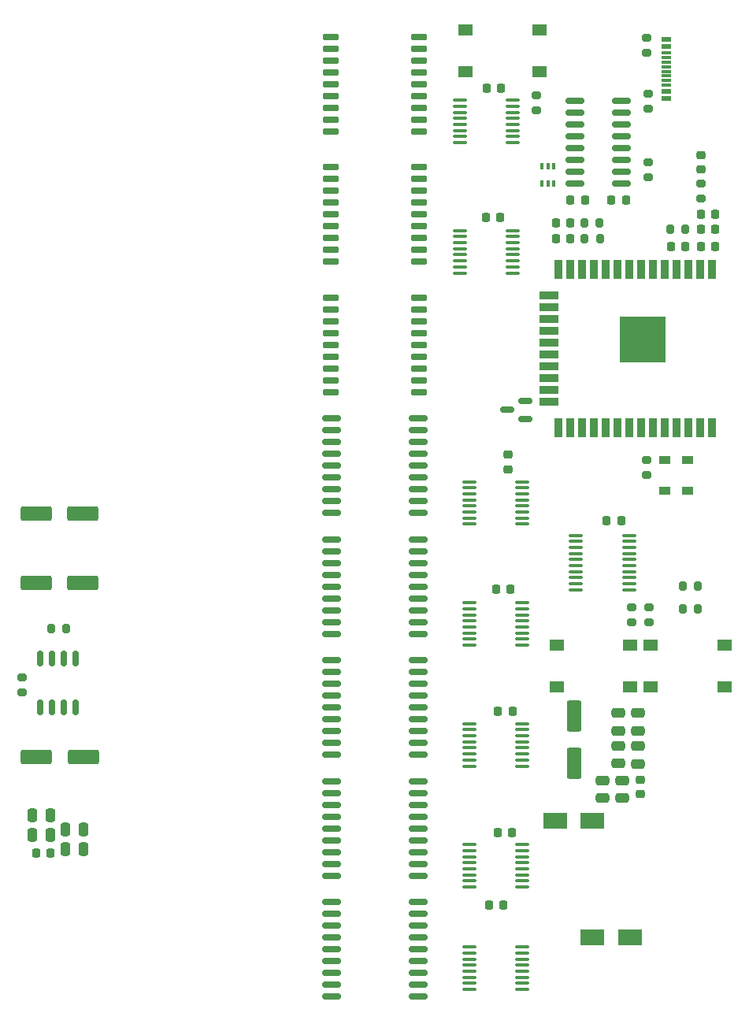
<source format=gbr>
%TF.GenerationSoftware,KiCad,Pcbnew,(6.0.7)*%
%TF.CreationDate,2022-10-27T00:54:25+02:00*%
%TF.ProjectId,flipdot-brose-esp32,666c6970-646f-4742-9d62-726f73652d65,rev?*%
%TF.SameCoordinates,Original*%
%TF.FileFunction,Paste,Top*%
%TF.FilePolarity,Positive*%
%FSLAX46Y46*%
G04 Gerber Fmt 4.6, Leading zero omitted, Abs format (unit mm)*
G04 Created by KiCad (PCBNEW (6.0.7)) date 2022-10-27 00:54:25*
%MOMM*%
%LPD*%
G01*
G04 APERTURE LIST*
G04 Aperture macros list*
%AMRoundRect*
0 Rectangle with rounded corners*
0 $1 Rounding radius*
0 $2 $3 $4 $5 $6 $7 $8 $9 X,Y pos of 4 corners*
0 Add a 4 corners polygon primitive as box body*
4,1,4,$2,$3,$4,$5,$6,$7,$8,$9,$2,$3,0*
0 Add four circle primitives for the rounded corners*
1,1,$1+$1,$2,$3*
1,1,$1+$1,$4,$5*
1,1,$1+$1,$6,$7*
1,1,$1+$1,$8,$9*
0 Add four rect primitives between the rounded corners*
20,1,$1+$1,$2,$3,$4,$5,0*
20,1,$1+$1,$4,$5,$6,$7,0*
20,1,$1+$1,$6,$7,$8,$9,0*
20,1,$1+$1,$8,$9,$2,$3,0*%
G04 Aperture macros list end*
%ADD10R,2.500000X1.800000*%
%ADD11RoundRect,0.225000X-0.225000X-0.250000X0.225000X-0.250000X0.225000X0.250000X-0.225000X0.250000X0*%
%ADD12RoundRect,0.225000X-0.250000X0.225000X-0.250000X-0.225000X0.250000X-0.225000X0.250000X0.225000X0*%
%ADD13RoundRect,0.150000X-0.150000X0.675000X-0.150000X-0.675000X0.150000X-0.675000X0.150000X0.675000X0*%
%ADD14RoundRect,0.200000X0.200000X0.275000X-0.200000X0.275000X-0.200000X-0.275000X0.200000X-0.275000X0*%
%ADD15RoundRect,0.200000X-0.275000X0.200000X-0.275000X-0.200000X0.275000X-0.200000X0.275000X0.200000X0*%
%ADD16RoundRect,0.250000X1.412500X0.550000X-1.412500X0.550000X-1.412500X-0.550000X1.412500X-0.550000X0*%
%ADD17RoundRect,0.250000X-0.250000X-0.475000X0.250000X-0.475000X0.250000X0.475000X-0.250000X0.475000X0*%
%ADD18RoundRect,0.250000X0.250000X0.475000X-0.250000X0.475000X-0.250000X-0.475000X0.250000X-0.475000X0*%
%ADD19RoundRect,0.100000X-0.637500X-0.100000X0.637500X-0.100000X0.637500X0.100000X-0.637500X0.100000X0*%
%ADD20RoundRect,0.150000X0.725000X0.150000X-0.725000X0.150000X-0.725000X-0.150000X0.725000X-0.150000X0*%
%ADD21RoundRect,0.150000X0.875000X0.150000X-0.875000X0.150000X-0.875000X-0.150000X0.875000X-0.150000X0*%
%ADD22RoundRect,0.150000X0.825000X0.150000X-0.825000X0.150000X-0.825000X-0.150000X0.825000X-0.150000X0*%
%ADD23R,0.900000X2.000000*%
%ADD24R,2.000000X0.900000*%
%ADD25R,5.000000X5.000000*%
%ADD26R,1.550000X1.300000*%
%ADD27RoundRect,0.200000X-0.200000X-0.275000X0.200000X-0.275000X0.200000X0.275000X-0.200000X0.275000X0*%
%ADD28RoundRect,0.200000X0.275000X-0.200000X0.275000X0.200000X-0.275000X0.200000X-0.275000X-0.200000X0*%
%ADD29R,0.400000X0.650000*%
%ADD30R,1.140000X0.600000*%
%ADD31R,1.140000X0.300000*%
%ADD32R,1.200000X0.900000*%
%ADD33RoundRect,0.218750X-0.256250X0.218750X-0.256250X-0.218750X0.256250X-0.218750X0.256250X0.218750X0*%
%ADD34RoundRect,0.218750X-0.218750X-0.256250X0.218750X-0.256250X0.218750X0.256250X-0.218750X0.256250X0*%
%ADD35RoundRect,0.150000X0.587500X0.150000X-0.587500X0.150000X-0.587500X-0.150000X0.587500X-0.150000X0*%
%ADD36RoundRect,0.225000X0.225000X0.250000X-0.225000X0.250000X-0.225000X-0.250000X0.225000X-0.250000X0*%
%ADD37RoundRect,0.250000X-0.475000X0.250000X-0.475000X-0.250000X0.475000X-0.250000X0.475000X0.250000X0*%
%ADD38RoundRect,0.250000X0.475000X-0.250000X0.475000X0.250000X-0.475000X0.250000X-0.475000X-0.250000X0*%
%ADD39RoundRect,0.250000X-0.550000X1.412500X-0.550000X-1.412500X0.550000X-1.412500X0.550000X1.412500X0*%
G04 APERTURE END LIST*
D10*
%TO.C,D1*%
X100400000Y-132700000D03*
X104400000Y-132700000D03*
%TD*%
D11*
%TO.C,C21*%
X101925000Y-87900000D03*
X103475000Y-87900000D03*
%TD*%
%TO.C,C31*%
X90250000Y-108400000D03*
X91800000Y-108400000D03*
%TD*%
%TO.C,C30*%
X89025000Y-41400000D03*
X90575000Y-41400000D03*
%TD*%
%TO.C,C29*%
X90050000Y-95300000D03*
X91600000Y-95300000D03*
%TD*%
D12*
%TO.C,C28*%
X91300000Y-80825000D03*
X91300000Y-82375000D03*
%TD*%
D11*
%TO.C,C27*%
X90225000Y-121400000D03*
X91775000Y-121400000D03*
%TD*%
%TO.C,C26*%
X88950000Y-55300000D03*
X90500000Y-55300000D03*
%TD*%
%TO.C,C25*%
X89250000Y-129200000D03*
X90800000Y-129200000D03*
%TD*%
D13*
%TO.C,U23*%
X44805000Y-107925000D03*
X43535000Y-107925000D03*
X42265000Y-107925000D03*
X40995000Y-107925000D03*
X40995000Y-102675000D03*
X42265000Y-102675000D03*
X43535000Y-102675000D03*
X44805000Y-102675000D03*
%TD*%
D14*
%TO.C,R4*%
X42175000Y-99500000D03*
X43825000Y-99500000D03*
%TD*%
D15*
%TO.C,R3*%
X39100000Y-106400000D03*
X39100000Y-104750000D03*
%TD*%
D16*
%TO.C,C24*%
X40562500Y-94600000D03*
X45637500Y-94600000D03*
%TD*%
%TO.C,C19*%
X40562500Y-87100000D03*
X45637500Y-87100000D03*
%TD*%
%TO.C,C7*%
X40600000Y-113300000D03*
X45675000Y-113300000D03*
%TD*%
D11*
%TO.C,C6*%
X40600000Y-123600000D03*
X42150000Y-123600000D03*
%TD*%
D17*
%TO.C,C5*%
X40200000Y-121700000D03*
X42100000Y-121700000D03*
%TD*%
%TO.C,C4*%
X40200000Y-119600000D03*
X42100000Y-119600000D03*
%TD*%
D18*
%TO.C,C3*%
X45650000Y-123200000D03*
X43750000Y-123200000D03*
%TD*%
%TO.C,C1*%
X45650000Y-121100000D03*
X43750000Y-121100000D03*
%TD*%
D19*
%TO.C,U9*%
X92862500Y-96725000D03*
X92862500Y-97375000D03*
X92862500Y-98025000D03*
X92862500Y-98675000D03*
X92862500Y-99325000D03*
X92862500Y-99975000D03*
X92862500Y-100625000D03*
X92862500Y-101275000D03*
X87137500Y-101275000D03*
X87137500Y-100625000D03*
X87137500Y-99975000D03*
X87137500Y-99325000D03*
X87137500Y-98675000D03*
X87137500Y-98025000D03*
X87137500Y-97375000D03*
X87137500Y-96725000D03*
%TD*%
D20*
%TO.C,U21*%
X72225000Y-74080000D03*
X72225000Y-72810000D03*
X72225000Y-71540000D03*
X72225000Y-70270000D03*
X72225000Y-69000000D03*
X72225000Y-67730000D03*
X72225000Y-66460000D03*
X72225000Y-65190000D03*
X72225000Y-63920000D03*
X81775000Y-63920000D03*
X81775000Y-65190000D03*
X81775000Y-66460000D03*
X81775000Y-67730000D03*
X81775000Y-69000000D03*
X81775000Y-70270000D03*
X81775000Y-71540000D03*
X81775000Y-72810000D03*
X81775000Y-74080000D03*
%TD*%
D21*
%TO.C,U20*%
X81650000Y-87080000D03*
X81650000Y-85810000D03*
X81650000Y-84540000D03*
X81650000Y-83270000D03*
X81650000Y-82000000D03*
X81650000Y-80730000D03*
X81650000Y-79460000D03*
X81650000Y-78190000D03*
X81650000Y-76920000D03*
X72350000Y-76920000D03*
X72350000Y-78190000D03*
X72350000Y-79460000D03*
X72350000Y-80730000D03*
X72350000Y-82000000D03*
X72350000Y-83270000D03*
X72350000Y-84540000D03*
X72350000Y-85810000D03*
X72350000Y-87080000D03*
%TD*%
D20*
%TO.C,U19*%
X81775000Y-60080000D03*
X81775000Y-58810000D03*
X81775000Y-57540000D03*
X81775000Y-56270000D03*
X81775000Y-55000000D03*
X81775000Y-53730000D03*
X81775000Y-52460000D03*
X81775000Y-51190000D03*
X81775000Y-49920000D03*
X72225000Y-49920000D03*
X72225000Y-51190000D03*
X72225000Y-52460000D03*
X72225000Y-53730000D03*
X72225000Y-55000000D03*
X72225000Y-56270000D03*
X72225000Y-57540000D03*
X72225000Y-58810000D03*
X72225000Y-60080000D03*
%TD*%
D21*
%TO.C,U18*%
X81650000Y-126080000D03*
X81650000Y-124810000D03*
X81650000Y-123540000D03*
X81650000Y-122270000D03*
X81650000Y-121000000D03*
X81650000Y-119730000D03*
X81650000Y-118460000D03*
X81650000Y-117190000D03*
X81650000Y-115920000D03*
X72350000Y-115920000D03*
X72350000Y-117190000D03*
X72350000Y-118460000D03*
X72350000Y-119730000D03*
X72350000Y-121000000D03*
X72350000Y-122270000D03*
X72350000Y-123540000D03*
X72350000Y-124810000D03*
X72350000Y-126080000D03*
%TD*%
%TO.C,U17*%
X81650000Y-100080000D03*
X81650000Y-98810000D03*
X81650000Y-97540000D03*
X81650000Y-96270000D03*
X81650000Y-95000000D03*
X81650000Y-93730000D03*
X81650000Y-92460000D03*
X81650000Y-91190000D03*
X81650000Y-89920000D03*
X72350000Y-89920000D03*
X72350000Y-91190000D03*
X72350000Y-92460000D03*
X72350000Y-93730000D03*
X72350000Y-95000000D03*
X72350000Y-96270000D03*
X72350000Y-97540000D03*
X72350000Y-98810000D03*
X72350000Y-100080000D03*
%TD*%
D20*
%TO.C,U16*%
X81775000Y-46080000D03*
X81775000Y-44810000D03*
X81775000Y-43540000D03*
X81775000Y-42270000D03*
X81775000Y-41000000D03*
X81775000Y-39730000D03*
X81775000Y-38460000D03*
X81775000Y-37190000D03*
X81775000Y-35920000D03*
X72225000Y-35920000D03*
X72225000Y-37190000D03*
X72225000Y-38460000D03*
X72225000Y-39730000D03*
X72225000Y-41000000D03*
X72225000Y-42270000D03*
X72225000Y-43540000D03*
X72225000Y-44810000D03*
X72225000Y-46080000D03*
%TD*%
D21*
%TO.C,U15*%
X81650000Y-139080000D03*
X81650000Y-137810000D03*
X81650000Y-136540000D03*
X81650000Y-135270000D03*
X81650000Y-134000000D03*
X81650000Y-132730000D03*
X81650000Y-131460000D03*
X81650000Y-130190000D03*
X81650000Y-128920000D03*
X72350000Y-128920000D03*
X72350000Y-130190000D03*
X72350000Y-131460000D03*
X72350000Y-132730000D03*
X72350000Y-134000000D03*
X72350000Y-135270000D03*
X72350000Y-136540000D03*
X72350000Y-137810000D03*
X72350000Y-139080000D03*
%TD*%
%TO.C,U14*%
X81650000Y-113080000D03*
X81650000Y-111810000D03*
X81650000Y-110540000D03*
X81650000Y-109270000D03*
X81650000Y-108000000D03*
X81650000Y-106730000D03*
X81650000Y-105460000D03*
X81650000Y-104190000D03*
X81650000Y-102920000D03*
X72350000Y-102920000D03*
X72350000Y-104190000D03*
X72350000Y-105460000D03*
X72350000Y-106730000D03*
X72350000Y-108000000D03*
X72350000Y-109270000D03*
X72350000Y-110540000D03*
X72350000Y-111810000D03*
X72350000Y-113080000D03*
%TD*%
D19*
%TO.C,U13*%
X87137500Y-122725000D03*
X87137500Y-123375000D03*
X87137500Y-124025000D03*
X87137500Y-124675000D03*
X87137500Y-125325000D03*
X87137500Y-125975000D03*
X87137500Y-126625000D03*
X87137500Y-127275000D03*
X92862500Y-127275000D03*
X92862500Y-126625000D03*
X92862500Y-125975000D03*
X92862500Y-125325000D03*
X92862500Y-124675000D03*
X92862500Y-124025000D03*
X92862500Y-123375000D03*
X92862500Y-122725000D03*
%TD*%
%TO.C,U12*%
X87137500Y-83725000D03*
X87137500Y-84375000D03*
X87137500Y-85025000D03*
X87137500Y-85675000D03*
X87137500Y-86325000D03*
X87137500Y-86975000D03*
X87137500Y-87625000D03*
X87137500Y-88275000D03*
X92862500Y-88275000D03*
X92862500Y-87625000D03*
X92862500Y-86975000D03*
X92862500Y-86325000D03*
X92862500Y-85675000D03*
X92862500Y-85025000D03*
X92862500Y-84375000D03*
X92862500Y-83725000D03*
%TD*%
%TO.C,U11*%
X87137500Y-109725000D03*
X87137500Y-110375000D03*
X87137500Y-111025000D03*
X87137500Y-111675000D03*
X87137500Y-112325000D03*
X87137500Y-112975000D03*
X87137500Y-113625000D03*
X87137500Y-114275000D03*
X92862500Y-114275000D03*
X92862500Y-113625000D03*
X92862500Y-112975000D03*
X92862500Y-112325000D03*
X92862500Y-111675000D03*
X92862500Y-111025000D03*
X92862500Y-110375000D03*
X92862500Y-109725000D03*
%TD*%
%TO.C,U10*%
X86137500Y-56725000D03*
X86137500Y-57375000D03*
X86137500Y-58025000D03*
X86137500Y-58675000D03*
X86137500Y-59325000D03*
X86137500Y-59975000D03*
X86137500Y-60625000D03*
X86137500Y-61275000D03*
X91862500Y-61275000D03*
X91862500Y-60625000D03*
X91862500Y-59975000D03*
X91862500Y-59325000D03*
X91862500Y-58675000D03*
X91862500Y-58025000D03*
X91862500Y-57375000D03*
X91862500Y-56725000D03*
%TD*%
D22*
%TO.C,U8*%
X103475000Y-51645000D03*
X103475000Y-50375000D03*
X103475000Y-49105000D03*
X103475000Y-47835000D03*
X103475000Y-46565000D03*
X103475000Y-45295000D03*
X103475000Y-44025000D03*
X103475000Y-42755000D03*
X98525000Y-42755000D03*
X98525000Y-44025000D03*
X98525000Y-45295000D03*
X98525000Y-46565000D03*
X98525000Y-47835000D03*
X98525000Y-49105000D03*
X98525000Y-50375000D03*
X98525000Y-51645000D03*
%TD*%
D19*
%TO.C,U4*%
X87137500Y-133725000D03*
X87137500Y-134375000D03*
X87137500Y-135025000D03*
X87137500Y-135675000D03*
X87137500Y-136325000D03*
X87137500Y-136975000D03*
X87137500Y-137625000D03*
X87137500Y-138275000D03*
X92862500Y-138275000D03*
X92862500Y-137625000D03*
X92862500Y-136975000D03*
X92862500Y-136325000D03*
X92862500Y-135675000D03*
X92862500Y-135025000D03*
X92862500Y-134375000D03*
X92862500Y-133725000D03*
%TD*%
%TO.C,U3*%
X86137500Y-42725000D03*
X86137500Y-43375000D03*
X86137500Y-44025000D03*
X86137500Y-44675000D03*
X86137500Y-45325000D03*
X86137500Y-45975000D03*
X86137500Y-46625000D03*
X86137500Y-47275000D03*
X91862500Y-47275000D03*
X91862500Y-46625000D03*
X91862500Y-45975000D03*
X91862500Y-45325000D03*
X91862500Y-44675000D03*
X91862500Y-44025000D03*
X91862500Y-43375000D03*
X91862500Y-42725000D03*
%TD*%
D23*
%TO.C,U2*%
X113255000Y-60900000D03*
X111985000Y-60900000D03*
X110715000Y-60900000D03*
X109445000Y-60900000D03*
X108175000Y-60900000D03*
X106905000Y-60900000D03*
X105635000Y-60900000D03*
X104365000Y-60900000D03*
X103095000Y-60900000D03*
X101825000Y-60900000D03*
X100555000Y-60900000D03*
X99285000Y-60900000D03*
X98015000Y-60900000D03*
X96745000Y-60900000D03*
D24*
X95745000Y-63685000D03*
X95745000Y-64955000D03*
X95745000Y-66225000D03*
X95745000Y-67495000D03*
X95745000Y-68765000D03*
X95745000Y-70035000D03*
X95745000Y-71305000D03*
X95745000Y-72575000D03*
X95745000Y-73845000D03*
X95745000Y-75115000D03*
D23*
X96745000Y-77900000D03*
X98015000Y-77900000D03*
X99285000Y-77900000D03*
X100555000Y-77900000D03*
X101825000Y-77900000D03*
X103095000Y-77900000D03*
X104365000Y-77900000D03*
X105635000Y-77900000D03*
X106905000Y-77900000D03*
X108175000Y-77900000D03*
X109445000Y-77900000D03*
X110715000Y-77900000D03*
X111985000Y-77900000D03*
X113255000Y-77900000D03*
D25*
X105755000Y-68400000D03*
%TD*%
D19*
%TO.C,U1*%
X98637500Y-89475000D03*
X98637500Y-90125000D03*
X98637500Y-90775000D03*
X98637500Y-91425000D03*
X98637500Y-92075000D03*
X98637500Y-92725000D03*
X98637500Y-93375000D03*
X98637500Y-94025000D03*
X98637500Y-94675000D03*
X98637500Y-95325000D03*
X104362500Y-95325000D03*
X104362500Y-94675000D03*
X104362500Y-94025000D03*
X104362500Y-93375000D03*
X104362500Y-92725000D03*
X104362500Y-92075000D03*
X104362500Y-91425000D03*
X104362500Y-90775000D03*
X104362500Y-90125000D03*
X104362500Y-89475000D03*
%TD*%
D26*
%TO.C,SW3*%
X94675000Y-35150000D03*
X86725000Y-35150000D03*
X86725000Y-39650000D03*
X94675000Y-39650000D03*
%TD*%
%TO.C,SW2*%
X96525000Y-105750000D03*
X104475000Y-105750000D03*
X104475000Y-101250000D03*
X96525000Y-101250000D03*
%TD*%
%TO.C,SW1*%
X106625000Y-105750000D03*
X114575000Y-105750000D03*
X114575000Y-101250000D03*
X106625000Y-101250000D03*
%TD*%
D15*
%TO.C,R46*%
X106200000Y-35975000D03*
X106200000Y-37625000D03*
%TD*%
%TO.C,R45*%
X106400000Y-41975000D03*
X106400000Y-43625000D03*
%TD*%
%TO.C,R44*%
X106200000Y-81350000D03*
X106200000Y-83000000D03*
%TD*%
%TO.C,R43*%
X106400000Y-49350000D03*
X106400000Y-51000000D03*
%TD*%
%TO.C,R42*%
X112100000Y-51650000D03*
X112100000Y-53300000D03*
%TD*%
D27*
%TO.C,R31*%
X110075000Y-97400000D03*
X111725000Y-97400000D03*
%TD*%
%TO.C,R30*%
X99550000Y-57600000D03*
X101200000Y-57600000D03*
%TD*%
D14*
%TO.C,R29*%
X111750000Y-94900000D03*
X110100000Y-94900000D03*
%TD*%
D27*
%TO.C,R28*%
X99512500Y-55900000D03*
X101162500Y-55900000D03*
%TD*%
D15*
%TO.C,R19*%
X104600000Y-97200000D03*
X104600000Y-98850000D03*
%TD*%
%TO.C,R18*%
X106500000Y-97200000D03*
X106500000Y-98850000D03*
%TD*%
D28*
%TO.C,R2*%
X94400000Y-43825000D03*
X94400000Y-42175000D03*
%TD*%
D14*
%TO.C,R1*%
X110400000Y-56600000D03*
X108750000Y-56600000D03*
%TD*%
D29*
%TO.C,Q11*%
X96250000Y-49800000D03*
X95600000Y-49800000D03*
X94950000Y-49800000D03*
X94950000Y-51700000D03*
X95600000Y-51700000D03*
X96250000Y-51700000D03*
%TD*%
D30*
%TO.C,J6*%
X108312500Y-42550000D03*
X108312500Y-41750000D03*
D31*
X108312500Y-39600000D03*
X108312500Y-40100000D03*
X108312500Y-40600000D03*
X108312500Y-41100000D03*
X108312500Y-39100000D03*
X108312500Y-38600000D03*
X108312500Y-38100000D03*
X108312500Y-37600000D03*
D30*
X108312500Y-36950000D03*
X108312500Y-36150000D03*
%TD*%
D32*
%TO.C,D22*%
X110600000Y-81350000D03*
X110600000Y-84650000D03*
%TD*%
%TO.C,D21*%
X108200000Y-84650000D03*
X108200000Y-81350000D03*
%TD*%
D33*
%TO.C,D18*%
X112100000Y-50175000D03*
X112100000Y-48600000D03*
%TD*%
D10*
%TO.C,D17*%
X96400000Y-120200000D03*
X100400000Y-120200000D03*
%TD*%
D34*
%TO.C,D11*%
X96462500Y-57600000D03*
X98037500Y-57600000D03*
%TD*%
%TO.C,D10*%
X96462500Y-55900000D03*
X98037500Y-55900000D03*
%TD*%
D35*
%TO.C,D6*%
X93137500Y-76950000D03*
X93137500Y-75050000D03*
X91262500Y-76000000D03*
%TD*%
D36*
%TO.C,C23*%
X99575000Y-53400000D03*
X98025000Y-53400000D03*
%TD*%
D11*
%TO.C,C22*%
X102425000Y-53400000D03*
X103975000Y-53400000D03*
%TD*%
D37*
%TO.C,C20*%
X101500000Y-115800000D03*
X101500000Y-117700000D03*
%TD*%
D36*
%TO.C,C18*%
X113575000Y-58400000D03*
X112025000Y-58400000D03*
%TD*%
D12*
%TO.C,C16*%
X105500000Y-115725000D03*
X105500000Y-117275000D03*
%TD*%
D37*
%TO.C,C15*%
X103600000Y-115800000D03*
X103600000Y-117700000D03*
%TD*%
D38*
%TO.C,C14*%
X105300000Y-110500000D03*
X105300000Y-108600000D03*
%TD*%
D37*
%TO.C,C13*%
X103200000Y-112100000D03*
X103200000Y-114000000D03*
%TD*%
D39*
%TO.C,C12*%
X98400000Y-108925000D03*
X98400000Y-114000000D03*
%TD*%
D37*
%TO.C,C11*%
X105300000Y-112150000D03*
X105300000Y-114050000D03*
%TD*%
D38*
%TO.C,C10*%
X103200000Y-110500000D03*
X103200000Y-108600000D03*
%TD*%
D11*
%TO.C,C9*%
X112050000Y-55000000D03*
X113600000Y-55000000D03*
%TD*%
%TO.C,C8*%
X112050000Y-56600000D03*
X113600000Y-56600000D03*
%TD*%
D36*
%TO.C,C2*%
X110375000Y-58400000D03*
X108825000Y-58400000D03*
%TD*%
M02*

</source>
